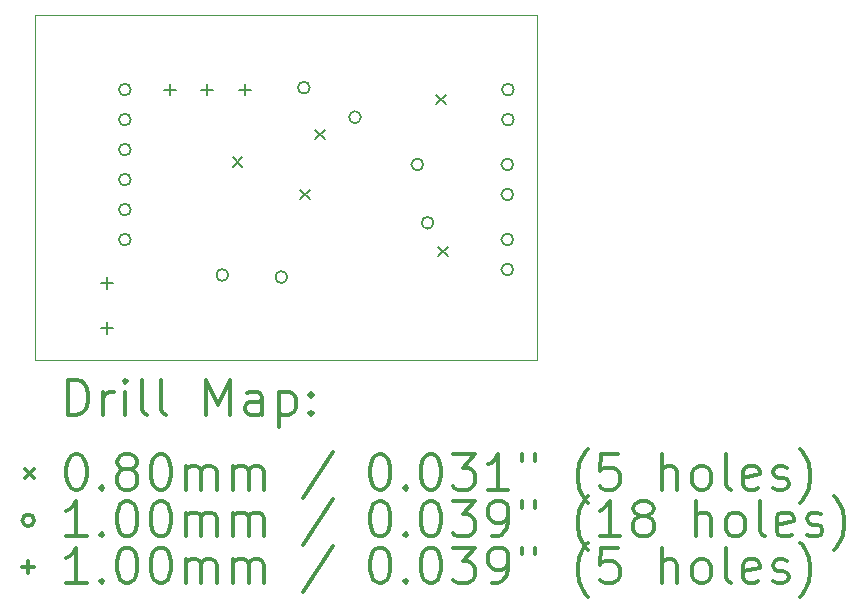
<source format=gbr>
%FSLAX45Y45*%
G04 Gerber Fmt 4.5, Leading zero omitted, Abs format (unit mm)*
G04 Created by KiCad (PCBNEW (5.1.0)-1) date 2019-04-16 02:18:09*
%MOMM*%
%LPD*%
G04 APERTURE LIST*
%ADD10C,0.100000*%
%ADD11C,0.200000*%
%ADD12C,0.300000*%
G04 APERTURE END LIST*
D10*
X5715000Y-6731000D02*
X5715000Y-3810000D01*
X9969500Y-6731000D02*
X5715000Y-6731000D01*
X9969500Y-3810000D02*
X9969500Y-6731000D01*
X5715000Y-3810000D02*
X9969500Y-3810000D01*
D11*
X7389500Y-5020000D02*
X7469500Y-5100000D01*
X7469500Y-5020000D02*
X7389500Y-5100000D01*
X7961000Y-5294000D02*
X8041000Y-5374000D01*
X8041000Y-5294000D02*
X7961000Y-5374000D01*
X8088000Y-4786000D02*
X8168000Y-4866000D01*
X8168000Y-4786000D02*
X8088000Y-4866000D01*
X9114000Y-4488500D02*
X9194000Y-4568500D01*
X9194000Y-4488500D02*
X9114000Y-4568500D01*
X9129401Y-5776600D02*
X9209401Y-5856600D01*
X9209401Y-5776600D02*
X9129401Y-5856600D01*
X9765500Y-5080000D02*
G75*
G03X9765500Y-5080000I-50000J0D01*
G01*
X9765500Y-5334000D02*
G75*
G03X9765500Y-5334000I-50000J0D01*
G01*
X9003500Y-5080000D02*
G75*
G03X9003500Y-5080000I-50000J0D01*
G01*
X9090324Y-5572404D02*
G75*
G03X9090324Y-5572404I-50000J0D01*
G01*
X8042487Y-4429000D02*
G75*
G03X8042487Y-4429000I-50000J0D01*
G01*
X8475500Y-4679000D02*
G75*
G03X8475500Y-4679000I-50000J0D01*
G01*
X6527000Y-4445000D02*
G75*
G03X6527000Y-4445000I-50000J0D01*
G01*
X6527000Y-4699000D02*
G75*
G03X6527000Y-4699000I-50000J0D01*
G01*
X6527000Y-4953000D02*
G75*
G03X6527000Y-4953000I-50000J0D01*
G01*
X6527000Y-5207000D02*
G75*
G03X6527000Y-5207000I-50000J0D01*
G01*
X6527000Y-5461000D02*
G75*
G03X6527000Y-5461000I-50000J0D01*
G01*
X6527000Y-5715000D02*
G75*
G03X6527000Y-5715000I-50000J0D01*
G01*
X9765500Y-5715000D02*
G75*
G03X9765500Y-5715000I-50000J0D01*
G01*
X9765500Y-5969000D02*
G75*
G03X9765500Y-5969000I-50000J0D01*
G01*
X9770500Y-4445000D02*
G75*
G03X9770500Y-4445000I-50000J0D01*
G01*
X9770500Y-4699000D02*
G75*
G03X9770500Y-4699000I-50000J0D01*
G01*
X7352500Y-6015050D02*
G75*
G03X7352500Y-6015050I-50000J0D01*
G01*
X7852195Y-6032500D02*
G75*
G03X7852195Y-6032500I-50000J0D01*
G01*
X6858000Y-4394962D02*
X6858000Y-4495038D01*
X6807962Y-4445000D02*
X6908038Y-4445000D01*
X7175500Y-4394962D02*
X7175500Y-4495038D01*
X7125462Y-4445000D02*
X7225538Y-4445000D01*
X7493000Y-4394962D02*
X7493000Y-4495038D01*
X7442962Y-4445000D02*
X7543038Y-4445000D01*
X6324600Y-6033262D02*
X6324600Y-6133338D01*
X6274562Y-6083300D02*
X6374638Y-6083300D01*
X6324600Y-6414262D02*
X6324600Y-6514338D01*
X6274562Y-6464300D02*
X6374638Y-6464300D01*
D12*
X5996428Y-7201714D02*
X5996428Y-6901714D01*
X6067857Y-6901714D01*
X6110714Y-6916000D01*
X6139286Y-6944571D01*
X6153571Y-6973143D01*
X6167857Y-7030286D01*
X6167857Y-7073143D01*
X6153571Y-7130286D01*
X6139286Y-7158857D01*
X6110714Y-7187429D01*
X6067857Y-7201714D01*
X5996428Y-7201714D01*
X6296428Y-7201714D02*
X6296428Y-7001714D01*
X6296428Y-7058857D02*
X6310714Y-7030286D01*
X6325000Y-7016000D01*
X6353571Y-7001714D01*
X6382143Y-7001714D01*
X6482143Y-7201714D02*
X6482143Y-7001714D01*
X6482143Y-6901714D02*
X6467857Y-6916000D01*
X6482143Y-6930286D01*
X6496428Y-6916000D01*
X6482143Y-6901714D01*
X6482143Y-6930286D01*
X6667857Y-7201714D02*
X6639286Y-7187429D01*
X6625000Y-7158857D01*
X6625000Y-6901714D01*
X6825000Y-7201714D02*
X6796428Y-7187429D01*
X6782143Y-7158857D01*
X6782143Y-6901714D01*
X7167857Y-7201714D02*
X7167857Y-6901714D01*
X7267857Y-7116000D01*
X7367857Y-6901714D01*
X7367857Y-7201714D01*
X7639286Y-7201714D02*
X7639286Y-7044571D01*
X7625000Y-7016000D01*
X7596428Y-7001714D01*
X7539286Y-7001714D01*
X7510714Y-7016000D01*
X7639286Y-7187429D02*
X7610714Y-7201714D01*
X7539286Y-7201714D01*
X7510714Y-7187429D01*
X7496428Y-7158857D01*
X7496428Y-7130286D01*
X7510714Y-7101714D01*
X7539286Y-7087429D01*
X7610714Y-7087429D01*
X7639286Y-7073143D01*
X7782143Y-7001714D02*
X7782143Y-7301714D01*
X7782143Y-7016000D02*
X7810714Y-7001714D01*
X7867857Y-7001714D01*
X7896428Y-7016000D01*
X7910714Y-7030286D01*
X7925000Y-7058857D01*
X7925000Y-7144571D01*
X7910714Y-7173143D01*
X7896428Y-7187429D01*
X7867857Y-7201714D01*
X7810714Y-7201714D01*
X7782143Y-7187429D01*
X8053571Y-7173143D02*
X8067857Y-7187429D01*
X8053571Y-7201714D01*
X8039286Y-7187429D01*
X8053571Y-7173143D01*
X8053571Y-7201714D01*
X8053571Y-7016000D02*
X8067857Y-7030286D01*
X8053571Y-7044571D01*
X8039286Y-7030286D01*
X8053571Y-7016000D01*
X8053571Y-7044571D01*
X5630000Y-7656000D02*
X5710000Y-7736000D01*
X5710000Y-7656000D02*
X5630000Y-7736000D01*
X6053571Y-7531714D02*
X6082143Y-7531714D01*
X6110714Y-7546000D01*
X6125000Y-7560286D01*
X6139286Y-7588857D01*
X6153571Y-7646000D01*
X6153571Y-7717429D01*
X6139286Y-7774571D01*
X6125000Y-7803143D01*
X6110714Y-7817429D01*
X6082143Y-7831714D01*
X6053571Y-7831714D01*
X6025000Y-7817429D01*
X6010714Y-7803143D01*
X5996428Y-7774571D01*
X5982143Y-7717429D01*
X5982143Y-7646000D01*
X5996428Y-7588857D01*
X6010714Y-7560286D01*
X6025000Y-7546000D01*
X6053571Y-7531714D01*
X6282143Y-7803143D02*
X6296428Y-7817429D01*
X6282143Y-7831714D01*
X6267857Y-7817429D01*
X6282143Y-7803143D01*
X6282143Y-7831714D01*
X6467857Y-7660286D02*
X6439286Y-7646000D01*
X6425000Y-7631714D01*
X6410714Y-7603143D01*
X6410714Y-7588857D01*
X6425000Y-7560286D01*
X6439286Y-7546000D01*
X6467857Y-7531714D01*
X6525000Y-7531714D01*
X6553571Y-7546000D01*
X6567857Y-7560286D01*
X6582143Y-7588857D01*
X6582143Y-7603143D01*
X6567857Y-7631714D01*
X6553571Y-7646000D01*
X6525000Y-7660286D01*
X6467857Y-7660286D01*
X6439286Y-7674571D01*
X6425000Y-7688857D01*
X6410714Y-7717429D01*
X6410714Y-7774571D01*
X6425000Y-7803143D01*
X6439286Y-7817429D01*
X6467857Y-7831714D01*
X6525000Y-7831714D01*
X6553571Y-7817429D01*
X6567857Y-7803143D01*
X6582143Y-7774571D01*
X6582143Y-7717429D01*
X6567857Y-7688857D01*
X6553571Y-7674571D01*
X6525000Y-7660286D01*
X6767857Y-7531714D02*
X6796428Y-7531714D01*
X6825000Y-7546000D01*
X6839286Y-7560286D01*
X6853571Y-7588857D01*
X6867857Y-7646000D01*
X6867857Y-7717429D01*
X6853571Y-7774571D01*
X6839286Y-7803143D01*
X6825000Y-7817429D01*
X6796428Y-7831714D01*
X6767857Y-7831714D01*
X6739286Y-7817429D01*
X6725000Y-7803143D01*
X6710714Y-7774571D01*
X6696428Y-7717429D01*
X6696428Y-7646000D01*
X6710714Y-7588857D01*
X6725000Y-7560286D01*
X6739286Y-7546000D01*
X6767857Y-7531714D01*
X6996428Y-7831714D02*
X6996428Y-7631714D01*
X6996428Y-7660286D02*
X7010714Y-7646000D01*
X7039286Y-7631714D01*
X7082143Y-7631714D01*
X7110714Y-7646000D01*
X7125000Y-7674571D01*
X7125000Y-7831714D01*
X7125000Y-7674571D02*
X7139286Y-7646000D01*
X7167857Y-7631714D01*
X7210714Y-7631714D01*
X7239286Y-7646000D01*
X7253571Y-7674571D01*
X7253571Y-7831714D01*
X7396428Y-7831714D02*
X7396428Y-7631714D01*
X7396428Y-7660286D02*
X7410714Y-7646000D01*
X7439286Y-7631714D01*
X7482143Y-7631714D01*
X7510714Y-7646000D01*
X7525000Y-7674571D01*
X7525000Y-7831714D01*
X7525000Y-7674571D02*
X7539286Y-7646000D01*
X7567857Y-7631714D01*
X7610714Y-7631714D01*
X7639286Y-7646000D01*
X7653571Y-7674571D01*
X7653571Y-7831714D01*
X8239286Y-7517429D02*
X7982143Y-7903143D01*
X8625000Y-7531714D02*
X8653571Y-7531714D01*
X8682143Y-7546000D01*
X8696428Y-7560286D01*
X8710714Y-7588857D01*
X8725000Y-7646000D01*
X8725000Y-7717429D01*
X8710714Y-7774571D01*
X8696428Y-7803143D01*
X8682143Y-7817429D01*
X8653571Y-7831714D01*
X8625000Y-7831714D01*
X8596428Y-7817429D01*
X8582143Y-7803143D01*
X8567857Y-7774571D01*
X8553571Y-7717429D01*
X8553571Y-7646000D01*
X8567857Y-7588857D01*
X8582143Y-7560286D01*
X8596428Y-7546000D01*
X8625000Y-7531714D01*
X8853571Y-7803143D02*
X8867857Y-7817429D01*
X8853571Y-7831714D01*
X8839286Y-7817429D01*
X8853571Y-7803143D01*
X8853571Y-7831714D01*
X9053571Y-7531714D02*
X9082143Y-7531714D01*
X9110714Y-7546000D01*
X9125000Y-7560286D01*
X9139286Y-7588857D01*
X9153571Y-7646000D01*
X9153571Y-7717429D01*
X9139286Y-7774571D01*
X9125000Y-7803143D01*
X9110714Y-7817429D01*
X9082143Y-7831714D01*
X9053571Y-7831714D01*
X9025000Y-7817429D01*
X9010714Y-7803143D01*
X8996428Y-7774571D01*
X8982143Y-7717429D01*
X8982143Y-7646000D01*
X8996428Y-7588857D01*
X9010714Y-7560286D01*
X9025000Y-7546000D01*
X9053571Y-7531714D01*
X9253571Y-7531714D02*
X9439286Y-7531714D01*
X9339286Y-7646000D01*
X9382143Y-7646000D01*
X9410714Y-7660286D01*
X9425000Y-7674571D01*
X9439286Y-7703143D01*
X9439286Y-7774571D01*
X9425000Y-7803143D01*
X9410714Y-7817429D01*
X9382143Y-7831714D01*
X9296428Y-7831714D01*
X9267857Y-7817429D01*
X9253571Y-7803143D01*
X9725000Y-7831714D02*
X9553571Y-7831714D01*
X9639286Y-7831714D02*
X9639286Y-7531714D01*
X9610714Y-7574571D01*
X9582143Y-7603143D01*
X9553571Y-7617429D01*
X9839286Y-7531714D02*
X9839286Y-7588857D01*
X9953571Y-7531714D02*
X9953571Y-7588857D01*
X10396428Y-7946000D02*
X10382143Y-7931714D01*
X10353571Y-7888857D01*
X10339286Y-7860286D01*
X10325000Y-7817429D01*
X10310714Y-7746000D01*
X10310714Y-7688857D01*
X10325000Y-7617429D01*
X10339286Y-7574571D01*
X10353571Y-7546000D01*
X10382143Y-7503143D01*
X10396428Y-7488857D01*
X10653571Y-7531714D02*
X10510714Y-7531714D01*
X10496428Y-7674571D01*
X10510714Y-7660286D01*
X10539286Y-7646000D01*
X10610714Y-7646000D01*
X10639286Y-7660286D01*
X10653571Y-7674571D01*
X10667857Y-7703143D01*
X10667857Y-7774571D01*
X10653571Y-7803143D01*
X10639286Y-7817429D01*
X10610714Y-7831714D01*
X10539286Y-7831714D01*
X10510714Y-7817429D01*
X10496428Y-7803143D01*
X11025000Y-7831714D02*
X11025000Y-7531714D01*
X11153571Y-7831714D02*
X11153571Y-7674571D01*
X11139286Y-7646000D01*
X11110714Y-7631714D01*
X11067857Y-7631714D01*
X11039286Y-7646000D01*
X11025000Y-7660286D01*
X11339286Y-7831714D02*
X11310714Y-7817429D01*
X11296428Y-7803143D01*
X11282143Y-7774571D01*
X11282143Y-7688857D01*
X11296428Y-7660286D01*
X11310714Y-7646000D01*
X11339286Y-7631714D01*
X11382143Y-7631714D01*
X11410714Y-7646000D01*
X11425000Y-7660286D01*
X11439286Y-7688857D01*
X11439286Y-7774571D01*
X11425000Y-7803143D01*
X11410714Y-7817429D01*
X11382143Y-7831714D01*
X11339286Y-7831714D01*
X11610714Y-7831714D02*
X11582143Y-7817429D01*
X11567857Y-7788857D01*
X11567857Y-7531714D01*
X11839286Y-7817429D02*
X11810714Y-7831714D01*
X11753571Y-7831714D01*
X11725000Y-7817429D01*
X11710714Y-7788857D01*
X11710714Y-7674571D01*
X11725000Y-7646000D01*
X11753571Y-7631714D01*
X11810714Y-7631714D01*
X11839286Y-7646000D01*
X11853571Y-7674571D01*
X11853571Y-7703143D01*
X11710714Y-7731714D01*
X11967857Y-7817429D02*
X11996428Y-7831714D01*
X12053571Y-7831714D01*
X12082143Y-7817429D01*
X12096428Y-7788857D01*
X12096428Y-7774571D01*
X12082143Y-7746000D01*
X12053571Y-7731714D01*
X12010714Y-7731714D01*
X11982143Y-7717429D01*
X11967857Y-7688857D01*
X11967857Y-7674571D01*
X11982143Y-7646000D01*
X12010714Y-7631714D01*
X12053571Y-7631714D01*
X12082143Y-7646000D01*
X12196428Y-7946000D02*
X12210714Y-7931714D01*
X12239286Y-7888857D01*
X12253571Y-7860286D01*
X12267857Y-7817429D01*
X12282143Y-7746000D01*
X12282143Y-7688857D01*
X12267857Y-7617429D01*
X12253571Y-7574571D01*
X12239286Y-7546000D01*
X12210714Y-7503143D01*
X12196428Y-7488857D01*
X5710000Y-8092000D02*
G75*
G03X5710000Y-8092000I-50000J0D01*
G01*
X6153571Y-8227714D02*
X5982143Y-8227714D01*
X6067857Y-8227714D02*
X6067857Y-7927714D01*
X6039286Y-7970571D01*
X6010714Y-7999143D01*
X5982143Y-8013429D01*
X6282143Y-8199143D02*
X6296428Y-8213429D01*
X6282143Y-8227714D01*
X6267857Y-8213429D01*
X6282143Y-8199143D01*
X6282143Y-8227714D01*
X6482143Y-7927714D02*
X6510714Y-7927714D01*
X6539286Y-7942000D01*
X6553571Y-7956286D01*
X6567857Y-7984857D01*
X6582143Y-8042000D01*
X6582143Y-8113429D01*
X6567857Y-8170571D01*
X6553571Y-8199143D01*
X6539286Y-8213429D01*
X6510714Y-8227714D01*
X6482143Y-8227714D01*
X6453571Y-8213429D01*
X6439286Y-8199143D01*
X6425000Y-8170571D01*
X6410714Y-8113429D01*
X6410714Y-8042000D01*
X6425000Y-7984857D01*
X6439286Y-7956286D01*
X6453571Y-7942000D01*
X6482143Y-7927714D01*
X6767857Y-7927714D02*
X6796428Y-7927714D01*
X6825000Y-7942000D01*
X6839286Y-7956286D01*
X6853571Y-7984857D01*
X6867857Y-8042000D01*
X6867857Y-8113429D01*
X6853571Y-8170571D01*
X6839286Y-8199143D01*
X6825000Y-8213429D01*
X6796428Y-8227714D01*
X6767857Y-8227714D01*
X6739286Y-8213429D01*
X6725000Y-8199143D01*
X6710714Y-8170571D01*
X6696428Y-8113429D01*
X6696428Y-8042000D01*
X6710714Y-7984857D01*
X6725000Y-7956286D01*
X6739286Y-7942000D01*
X6767857Y-7927714D01*
X6996428Y-8227714D02*
X6996428Y-8027714D01*
X6996428Y-8056286D02*
X7010714Y-8042000D01*
X7039286Y-8027714D01*
X7082143Y-8027714D01*
X7110714Y-8042000D01*
X7125000Y-8070571D01*
X7125000Y-8227714D01*
X7125000Y-8070571D02*
X7139286Y-8042000D01*
X7167857Y-8027714D01*
X7210714Y-8027714D01*
X7239286Y-8042000D01*
X7253571Y-8070571D01*
X7253571Y-8227714D01*
X7396428Y-8227714D02*
X7396428Y-8027714D01*
X7396428Y-8056286D02*
X7410714Y-8042000D01*
X7439286Y-8027714D01*
X7482143Y-8027714D01*
X7510714Y-8042000D01*
X7525000Y-8070571D01*
X7525000Y-8227714D01*
X7525000Y-8070571D02*
X7539286Y-8042000D01*
X7567857Y-8027714D01*
X7610714Y-8027714D01*
X7639286Y-8042000D01*
X7653571Y-8070571D01*
X7653571Y-8227714D01*
X8239286Y-7913429D02*
X7982143Y-8299143D01*
X8625000Y-7927714D02*
X8653571Y-7927714D01*
X8682143Y-7942000D01*
X8696428Y-7956286D01*
X8710714Y-7984857D01*
X8725000Y-8042000D01*
X8725000Y-8113429D01*
X8710714Y-8170571D01*
X8696428Y-8199143D01*
X8682143Y-8213429D01*
X8653571Y-8227714D01*
X8625000Y-8227714D01*
X8596428Y-8213429D01*
X8582143Y-8199143D01*
X8567857Y-8170571D01*
X8553571Y-8113429D01*
X8553571Y-8042000D01*
X8567857Y-7984857D01*
X8582143Y-7956286D01*
X8596428Y-7942000D01*
X8625000Y-7927714D01*
X8853571Y-8199143D02*
X8867857Y-8213429D01*
X8853571Y-8227714D01*
X8839286Y-8213429D01*
X8853571Y-8199143D01*
X8853571Y-8227714D01*
X9053571Y-7927714D02*
X9082143Y-7927714D01*
X9110714Y-7942000D01*
X9125000Y-7956286D01*
X9139286Y-7984857D01*
X9153571Y-8042000D01*
X9153571Y-8113429D01*
X9139286Y-8170571D01*
X9125000Y-8199143D01*
X9110714Y-8213429D01*
X9082143Y-8227714D01*
X9053571Y-8227714D01*
X9025000Y-8213429D01*
X9010714Y-8199143D01*
X8996428Y-8170571D01*
X8982143Y-8113429D01*
X8982143Y-8042000D01*
X8996428Y-7984857D01*
X9010714Y-7956286D01*
X9025000Y-7942000D01*
X9053571Y-7927714D01*
X9253571Y-7927714D02*
X9439286Y-7927714D01*
X9339286Y-8042000D01*
X9382143Y-8042000D01*
X9410714Y-8056286D01*
X9425000Y-8070571D01*
X9439286Y-8099143D01*
X9439286Y-8170571D01*
X9425000Y-8199143D01*
X9410714Y-8213429D01*
X9382143Y-8227714D01*
X9296428Y-8227714D01*
X9267857Y-8213429D01*
X9253571Y-8199143D01*
X9582143Y-8227714D02*
X9639286Y-8227714D01*
X9667857Y-8213429D01*
X9682143Y-8199143D01*
X9710714Y-8156286D01*
X9725000Y-8099143D01*
X9725000Y-7984857D01*
X9710714Y-7956286D01*
X9696428Y-7942000D01*
X9667857Y-7927714D01*
X9610714Y-7927714D01*
X9582143Y-7942000D01*
X9567857Y-7956286D01*
X9553571Y-7984857D01*
X9553571Y-8056286D01*
X9567857Y-8084857D01*
X9582143Y-8099143D01*
X9610714Y-8113429D01*
X9667857Y-8113429D01*
X9696428Y-8099143D01*
X9710714Y-8084857D01*
X9725000Y-8056286D01*
X9839286Y-7927714D02*
X9839286Y-7984857D01*
X9953571Y-7927714D02*
X9953571Y-7984857D01*
X10396428Y-8342000D02*
X10382143Y-8327714D01*
X10353571Y-8284857D01*
X10339286Y-8256286D01*
X10325000Y-8213429D01*
X10310714Y-8142000D01*
X10310714Y-8084857D01*
X10325000Y-8013429D01*
X10339286Y-7970571D01*
X10353571Y-7942000D01*
X10382143Y-7899143D01*
X10396428Y-7884857D01*
X10667857Y-8227714D02*
X10496428Y-8227714D01*
X10582143Y-8227714D02*
X10582143Y-7927714D01*
X10553571Y-7970571D01*
X10525000Y-7999143D01*
X10496428Y-8013429D01*
X10839286Y-8056286D02*
X10810714Y-8042000D01*
X10796428Y-8027714D01*
X10782143Y-7999143D01*
X10782143Y-7984857D01*
X10796428Y-7956286D01*
X10810714Y-7942000D01*
X10839286Y-7927714D01*
X10896428Y-7927714D01*
X10925000Y-7942000D01*
X10939286Y-7956286D01*
X10953571Y-7984857D01*
X10953571Y-7999143D01*
X10939286Y-8027714D01*
X10925000Y-8042000D01*
X10896428Y-8056286D01*
X10839286Y-8056286D01*
X10810714Y-8070571D01*
X10796428Y-8084857D01*
X10782143Y-8113429D01*
X10782143Y-8170571D01*
X10796428Y-8199143D01*
X10810714Y-8213429D01*
X10839286Y-8227714D01*
X10896428Y-8227714D01*
X10925000Y-8213429D01*
X10939286Y-8199143D01*
X10953571Y-8170571D01*
X10953571Y-8113429D01*
X10939286Y-8084857D01*
X10925000Y-8070571D01*
X10896428Y-8056286D01*
X11310714Y-8227714D02*
X11310714Y-7927714D01*
X11439286Y-8227714D02*
X11439286Y-8070571D01*
X11425000Y-8042000D01*
X11396428Y-8027714D01*
X11353571Y-8027714D01*
X11325000Y-8042000D01*
X11310714Y-8056286D01*
X11625000Y-8227714D02*
X11596428Y-8213429D01*
X11582143Y-8199143D01*
X11567857Y-8170571D01*
X11567857Y-8084857D01*
X11582143Y-8056286D01*
X11596428Y-8042000D01*
X11625000Y-8027714D01*
X11667857Y-8027714D01*
X11696428Y-8042000D01*
X11710714Y-8056286D01*
X11725000Y-8084857D01*
X11725000Y-8170571D01*
X11710714Y-8199143D01*
X11696428Y-8213429D01*
X11667857Y-8227714D01*
X11625000Y-8227714D01*
X11896428Y-8227714D02*
X11867857Y-8213429D01*
X11853571Y-8184857D01*
X11853571Y-7927714D01*
X12125000Y-8213429D02*
X12096428Y-8227714D01*
X12039286Y-8227714D01*
X12010714Y-8213429D01*
X11996428Y-8184857D01*
X11996428Y-8070571D01*
X12010714Y-8042000D01*
X12039286Y-8027714D01*
X12096428Y-8027714D01*
X12125000Y-8042000D01*
X12139286Y-8070571D01*
X12139286Y-8099143D01*
X11996428Y-8127714D01*
X12253571Y-8213429D02*
X12282143Y-8227714D01*
X12339286Y-8227714D01*
X12367857Y-8213429D01*
X12382143Y-8184857D01*
X12382143Y-8170571D01*
X12367857Y-8142000D01*
X12339286Y-8127714D01*
X12296428Y-8127714D01*
X12267857Y-8113429D01*
X12253571Y-8084857D01*
X12253571Y-8070571D01*
X12267857Y-8042000D01*
X12296428Y-8027714D01*
X12339286Y-8027714D01*
X12367857Y-8042000D01*
X12482143Y-8342000D02*
X12496428Y-8327714D01*
X12525000Y-8284857D01*
X12539286Y-8256286D01*
X12553571Y-8213429D01*
X12567857Y-8142000D01*
X12567857Y-8084857D01*
X12553571Y-8013429D01*
X12539286Y-7970571D01*
X12525000Y-7942000D01*
X12496428Y-7899143D01*
X12482143Y-7884857D01*
X5659962Y-8437962D02*
X5659962Y-8538038D01*
X5609924Y-8488000D02*
X5710000Y-8488000D01*
X6153571Y-8623714D02*
X5982143Y-8623714D01*
X6067857Y-8623714D02*
X6067857Y-8323714D01*
X6039286Y-8366571D01*
X6010714Y-8395143D01*
X5982143Y-8409429D01*
X6282143Y-8595143D02*
X6296428Y-8609429D01*
X6282143Y-8623714D01*
X6267857Y-8609429D01*
X6282143Y-8595143D01*
X6282143Y-8623714D01*
X6482143Y-8323714D02*
X6510714Y-8323714D01*
X6539286Y-8338000D01*
X6553571Y-8352286D01*
X6567857Y-8380857D01*
X6582143Y-8438000D01*
X6582143Y-8509429D01*
X6567857Y-8566572D01*
X6553571Y-8595143D01*
X6539286Y-8609429D01*
X6510714Y-8623714D01*
X6482143Y-8623714D01*
X6453571Y-8609429D01*
X6439286Y-8595143D01*
X6425000Y-8566572D01*
X6410714Y-8509429D01*
X6410714Y-8438000D01*
X6425000Y-8380857D01*
X6439286Y-8352286D01*
X6453571Y-8338000D01*
X6482143Y-8323714D01*
X6767857Y-8323714D02*
X6796428Y-8323714D01*
X6825000Y-8338000D01*
X6839286Y-8352286D01*
X6853571Y-8380857D01*
X6867857Y-8438000D01*
X6867857Y-8509429D01*
X6853571Y-8566572D01*
X6839286Y-8595143D01*
X6825000Y-8609429D01*
X6796428Y-8623714D01*
X6767857Y-8623714D01*
X6739286Y-8609429D01*
X6725000Y-8595143D01*
X6710714Y-8566572D01*
X6696428Y-8509429D01*
X6696428Y-8438000D01*
X6710714Y-8380857D01*
X6725000Y-8352286D01*
X6739286Y-8338000D01*
X6767857Y-8323714D01*
X6996428Y-8623714D02*
X6996428Y-8423714D01*
X6996428Y-8452286D02*
X7010714Y-8438000D01*
X7039286Y-8423714D01*
X7082143Y-8423714D01*
X7110714Y-8438000D01*
X7125000Y-8466572D01*
X7125000Y-8623714D01*
X7125000Y-8466572D02*
X7139286Y-8438000D01*
X7167857Y-8423714D01*
X7210714Y-8423714D01*
X7239286Y-8438000D01*
X7253571Y-8466572D01*
X7253571Y-8623714D01*
X7396428Y-8623714D02*
X7396428Y-8423714D01*
X7396428Y-8452286D02*
X7410714Y-8438000D01*
X7439286Y-8423714D01*
X7482143Y-8423714D01*
X7510714Y-8438000D01*
X7525000Y-8466572D01*
X7525000Y-8623714D01*
X7525000Y-8466572D02*
X7539286Y-8438000D01*
X7567857Y-8423714D01*
X7610714Y-8423714D01*
X7639286Y-8438000D01*
X7653571Y-8466572D01*
X7653571Y-8623714D01*
X8239286Y-8309429D02*
X7982143Y-8695143D01*
X8625000Y-8323714D02*
X8653571Y-8323714D01*
X8682143Y-8338000D01*
X8696428Y-8352286D01*
X8710714Y-8380857D01*
X8725000Y-8438000D01*
X8725000Y-8509429D01*
X8710714Y-8566572D01*
X8696428Y-8595143D01*
X8682143Y-8609429D01*
X8653571Y-8623714D01*
X8625000Y-8623714D01*
X8596428Y-8609429D01*
X8582143Y-8595143D01*
X8567857Y-8566572D01*
X8553571Y-8509429D01*
X8553571Y-8438000D01*
X8567857Y-8380857D01*
X8582143Y-8352286D01*
X8596428Y-8338000D01*
X8625000Y-8323714D01*
X8853571Y-8595143D02*
X8867857Y-8609429D01*
X8853571Y-8623714D01*
X8839286Y-8609429D01*
X8853571Y-8595143D01*
X8853571Y-8623714D01*
X9053571Y-8323714D02*
X9082143Y-8323714D01*
X9110714Y-8338000D01*
X9125000Y-8352286D01*
X9139286Y-8380857D01*
X9153571Y-8438000D01*
X9153571Y-8509429D01*
X9139286Y-8566572D01*
X9125000Y-8595143D01*
X9110714Y-8609429D01*
X9082143Y-8623714D01*
X9053571Y-8623714D01*
X9025000Y-8609429D01*
X9010714Y-8595143D01*
X8996428Y-8566572D01*
X8982143Y-8509429D01*
X8982143Y-8438000D01*
X8996428Y-8380857D01*
X9010714Y-8352286D01*
X9025000Y-8338000D01*
X9053571Y-8323714D01*
X9253571Y-8323714D02*
X9439286Y-8323714D01*
X9339286Y-8438000D01*
X9382143Y-8438000D01*
X9410714Y-8452286D01*
X9425000Y-8466572D01*
X9439286Y-8495143D01*
X9439286Y-8566572D01*
X9425000Y-8595143D01*
X9410714Y-8609429D01*
X9382143Y-8623714D01*
X9296428Y-8623714D01*
X9267857Y-8609429D01*
X9253571Y-8595143D01*
X9582143Y-8623714D02*
X9639286Y-8623714D01*
X9667857Y-8609429D01*
X9682143Y-8595143D01*
X9710714Y-8552286D01*
X9725000Y-8495143D01*
X9725000Y-8380857D01*
X9710714Y-8352286D01*
X9696428Y-8338000D01*
X9667857Y-8323714D01*
X9610714Y-8323714D01*
X9582143Y-8338000D01*
X9567857Y-8352286D01*
X9553571Y-8380857D01*
X9553571Y-8452286D01*
X9567857Y-8480857D01*
X9582143Y-8495143D01*
X9610714Y-8509429D01*
X9667857Y-8509429D01*
X9696428Y-8495143D01*
X9710714Y-8480857D01*
X9725000Y-8452286D01*
X9839286Y-8323714D02*
X9839286Y-8380857D01*
X9953571Y-8323714D02*
X9953571Y-8380857D01*
X10396428Y-8738000D02*
X10382143Y-8723714D01*
X10353571Y-8680857D01*
X10339286Y-8652286D01*
X10325000Y-8609429D01*
X10310714Y-8538000D01*
X10310714Y-8480857D01*
X10325000Y-8409429D01*
X10339286Y-8366571D01*
X10353571Y-8338000D01*
X10382143Y-8295143D01*
X10396428Y-8280857D01*
X10653571Y-8323714D02*
X10510714Y-8323714D01*
X10496428Y-8466572D01*
X10510714Y-8452286D01*
X10539286Y-8438000D01*
X10610714Y-8438000D01*
X10639286Y-8452286D01*
X10653571Y-8466572D01*
X10667857Y-8495143D01*
X10667857Y-8566572D01*
X10653571Y-8595143D01*
X10639286Y-8609429D01*
X10610714Y-8623714D01*
X10539286Y-8623714D01*
X10510714Y-8609429D01*
X10496428Y-8595143D01*
X11025000Y-8623714D02*
X11025000Y-8323714D01*
X11153571Y-8623714D02*
X11153571Y-8466572D01*
X11139286Y-8438000D01*
X11110714Y-8423714D01*
X11067857Y-8423714D01*
X11039286Y-8438000D01*
X11025000Y-8452286D01*
X11339286Y-8623714D02*
X11310714Y-8609429D01*
X11296428Y-8595143D01*
X11282143Y-8566572D01*
X11282143Y-8480857D01*
X11296428Y-8452286D01*
X11310714Y-8438000D01*
X11339286Y-8423714D01*
X11382143Y-8423714D01*
X11410714Y-8438000D01*
X11425000Y-8452286D01*
X11439286Y-8480857D01*
X11439286Y-8566572D01*
X11425000Y-8595143D01*
X11410714Y-8609429D01*
X11382143Y-8623714D01*
X11339286Y-8623714D01*
X11610714Y-8623714D02*
X11582143Y-8609429D01*
X11567857Y-8580857D01*
X11567857Y-8323714D01*
X11839286Y-8609429D02*
X11810714Y-8623714D01*
X11753571Y-8623714D01*
X11725000Y-8609429D01*
X11710714Y-8580857D01*
X11710714Y-8466572D01*
X11725000Y-8438000D01*
X11753571Y-8423714D01*
X11810714Y-8423714D01*
X11839286Y-8438000D01*
X11853571Y-8466572D01*
X11853571Y-8495143D01*
X11710714Y-8523714D01*
X11967857Y-8609429D02*
X11996428Y-8623714D01*
X12053571Y-8623714D01*
X12082143Y-8609429D01*
X12096428Y-8580857D01*
X12096428Y-8566572D01*
X12082143Y-8538000D01*
X12053571Y-8523714D01*
X12010714Y-8523714D01*
X11982143Y-8509429D01*
X11967857Y-8480857D01*
X11967857Y-8466572D01*
X11982143Y-8438000D01*
X12010714Y-8423714D01*
X12053571Y-8423714D01*
X12082143Y-8438000D01*
X12196428Y-8738000D02*
X12210714Y-8723714D01*
X12239286Y-8680857D01*
X12253571Y-8652286D01*
X12267857Y-8609429D01*
X12282143Y-8538000D01*
X12282143Y-8480857D01*
X12267857Y-8409429D01*
X12253571Y-8366571D01*
X12239286Y-8338000D01*
X12210714Y-8295143D01*
X12196428Y-8280857D01*
M02*

</source>
